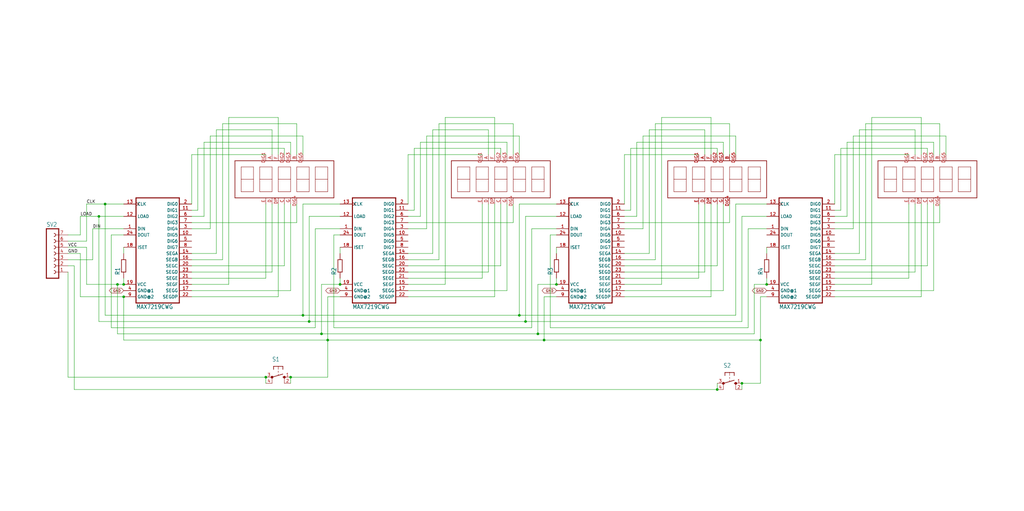
<source format=kicad_sch>
(kicad_sch (version 20230121) (generator eeschema)
  (paper "User" 420.7 210.007)
  (lib_symbols
    (symbol "Single Display-eagle-import:40-XX"
      (property "Reference" "S" (at -6.35 -2.54 90))
      (symbol "40-XX_1_0"
        (circle (center 0 -2.54) (radius 0.127) (stroke (width 0.4064)))
        (polyline (pts (xy -4.445 -1.905) (xy -3.175 -1.905)) (stroke (width 0.254)))
        (polyline (pts (xy -4.445 0) (xy -4.445 -1.905)) (stroke (width 0.254)))
        (polyline (pts (xy -4.445 0) (xy -3.175 0)) (stroke (width 0.1524)))
        (polyline (pts (xy -4.445 1.905) (xy -4.445 0)) (stroke (width 0.254)))
        (polyline (pts (xy -4.445 1.905) (xy -3.175 1.905)) (stroke (width 0.254)))
        (polyline (pts (xy -2.54 0) (xy -1.905 0)) (stroke (width 0.1524)))
        (polyline (pts (xy -1.27 0) (xy -0.635 0)) (stroke (width 0.1524)))
        (polyline (pts (xy 0 -2.54) (xy -1.27 1.905)) (stroke (width 0.254)))
        (polyline (pts (xy 0 1.905) (xy 0 2.54)) (stroke (width 0.254)))
        (polyline (pts (xy 2.54 -2.54) (xy 0 -2.54)) (stroke (width 0.1524)))
        (polyline (pts (xy 2.54 2.54) (xy 0 2.54)) (stroke (width 0.1524)))
        (circle (center 0 2.54) (radius 0.127) (stroke (width 0.4064)))
        (pin passive line (at 0 5.08 270) (length 2.54) (name "S") (number "1"))
        (pin passive line (at 2.54 5.08 270) (length 2.54) (name "S1") (number "2"))
        (pin passive line (at 0 -5.08 90) (length 2.54) (name "P") (number "3"))
        (pin passive line (at 2.54 -5.08 90) (length 2.54) (name "P1") (number "4"))
      )
    )
    (symbol "Single Display-eagle-import:5_DIGIT_7SEGMENT_DISPLAY"
      (symbol "5_DIGIT_7SEGMENT_DISPLAY_1_0"
        (polyline (pts (xy -20.32 -7.62) (xy 20.32 -7.62)) (stroke (width 0.254)))
        (polyline (pts (xy -20.32 7.62) (xy -20.32 -7.62)) (stroke (width 0.254)))
        (polyline (pts (xy -17.78 -5.08) (xy -12.7 -5.08)) (stroke (width 0.1524)))
        (polyline (pts (xy -17.78 0) (xy -17.78 -5.08)) (stroke (width 0.1524)))
        (polyline (pts (xy -17.78 0) (xy -12.7 0)) (stroke (width 0.1524)))
        (polyline (pts (xy -17.78 5.08) (xy -17.78 0)) (stroke (width 0.1524)))
        (polyline (pts (xy -12.7 -5.08) (xy -12.7 0)) (stroke (width 0.1524)))
        (polyline (pts (xy -12.7 0) (xy -12.7 5.08)) (stroke (width 0.1524)))
        (polyline (pts (xy -12.7 5.08) (xy -17.78 5.08)) (stroke (width 0.1524)))
        (polyline (pts (xy -10.16 -5.08) (xy -5.08 -5.08)) (stroke (width 0.1524)))
        (polyline (pts (xy -10.16 0) (xy -10.16 -5.08)) (stroke (width 0.1524)))
        (polyline (pts (xy -10.16 0) (xy -5.08 0)) (stroke (width 0.1524)))
        (polyline (pts (xy -10.16 5.08) (xy -10.16 0)) (stroke (width 0.1524)))
        (polyline (pts (xy -5.08 -5.08) (xy -5.08 0)) (stroke (width 0.1524)))
        (polyline (pts (xy -5.08 0) (xy -5.08 5.08)) (stroke (width 0.1524)))
        (polyline (pts (xy -5.08 5.08) (xy -10.16 5.08)) (stroke (width 0.1524)))
        (polyline (pts (xy -2.54 -5.08) (xy 2.54 -5.08)) (stroke (width 0.1524)))
        (polyline (pts (xy -2.54 0) (xy -2.54 -5.08)) (stroke (width 0.1524)))
        (polyline (pts (xy -2.54 0) (xy 2.54 0)) (stroke (width 0.1524)))
        (polyline (pts (xy -2.54 5.08) (xy -2.54 0)) (stroke (width 0.1524)))
        (polyline (pts (xy 2.54 -5.08) (xy 2.54 0)) (stroke (width 0.1524)))
        (polyline (pts (xy 2.54 0) (xy 2.54 5.08)) (stroke (width 0.1524)))
        (polyline (pts (xy 2.54 5.08) (xy -2.54 5.08)) (stroke (width 0.1524)))
        (polyline (pts (xy 5.08 -5.08) (xy 10.16 -5.08)) (stroke (width 0.1524)))
        (polyline (pts (xy 5.08 0) (xy 5.08 -5.08)) (stroke (width 0.1524)))
        (polyline (pts (xy 5.08 0) (xy 10.16 0)) (stroke (width 0.1524)))
        (polyline (pts (xy 5.08 5.08) (xy 5.08 0)) (stroke (width 0.1524)))
        (polyline (pts (xy 10.16 -5.08) (xy 10.16 0)) (stroke (width 0.1524)))
        (polyline (pts (xy 10.16 0) (xy 10.16 5.08)) (stroke (width 0.1524)))
        (polyline (pts (xy 10.16 5.08) (xy 5.08 5.08)) (stroke (width 0.1524)))
        (polyline (pts (xy 12.7 -5.08) (xy 17.78 -5.08)) (stroke (width 0.1524)))
        (polyline (pts (xy 12.7 0) (xy 12.7 -5.08)) (stroke (width 0.1524)))
        (polyline (pts (xy 12.7 0) (xy 17.78 0)) (stroke (width 0.1524)))
        (polyline (pts (xy 12.7 5.08) (xy 12.7 0)) (stroke (width 0.1524)))
        (polyline (pts (xy 17.78 -5.08) (xy 17.78 0)) (stroke (width 0.1524)))
        (polyline (pts (xy 17.78 0) (xy 17.78 5.08)) (stroke (width 0.1524)))
        (polyline (pts (xy 17.78 5.08) (xy 12.7 5.08)) (stroke (width 0.1524)))
        (polyline (pts (xy 20.32 -7.62) (xy 20.32 7.62)) (stroke (width 0.254)))
        (polyline (pts (xy 20.32 7.62) (xy -20.32 7.62)) (stroke (width 0.254)))
        (pin bidirectional line (at -5.08 10.16 270) (length 2.54) (name "A") (number "A"))
        (pin bidirectional line (at 5.08 10.16 270) (length 2.54) (name "B") (number "B"))
        (pin bidirectional line (at 0 -10.16 90) (length 2.54) (name "C") (number "C"))
        (pin bidirectional line (at -5.08 -10.16 90) (length 2.54) (name "D") (number "D"))
        (pin bidirectional line (at -7.62 10.16 270) (length 2.54) (name "DIG1") (number "DIG1"))
        (pin bidirectional line (at 0 10.16 270) (length 2.54) (name "DIG2") (number "DIG2"))
        (pin bidirectional line (at 2.54 10.16 270) (length 2.54) (name "DIG3") (number "DIG3"))
        (pin bidirectional line (at 5.08 -10.16 90) (length 2.54) (name "DIG4") (number "DIG4"))
        (pin bidirectional line (at 7.62 10.16 270) (length 2.54) (name "DIG5") (number "DIG5"))
        (pin bidirectional line (at -2.54 -10.16 90) (length 2.54) (name "DP") (number "DP"))
        (pin bidirectional line (at -7.62 -10.16 90) (length 2.54) (name "E") (number "E"))
        (pin bidirectional line (at -2.54 10.16 270) (length 2.54) (name "F") (number "F"))
        (pin bidirectional line (at 2.54 -10.16 90) (length 2.54) (name "G") (number "G"))
      )
    )
    (symbol "Single Display-eagle-import:FE07-1"
      (property "Reference" "SV" (at -1.27 10.922 0))
      (symbol "FE07-1_1_0"
        (polyline (pts (xy -1.27 10.16) (xy -1.27 -10.16)) (stroke (width 0.4064)))
        (polyline (pts (xy -1.27 10.16) (xy 3.81 10.16)) (stroke (width 0.4064)))
        (polyline (pts (xy 3.81 -10.16) (xy -1.27 -10.16)) (stroke (width 0.4064)))
        (polyline (pts (xy 3.81 -10.16) (xy 3.81 10.16)) (stroke (width 0.4064)))
        (arc (start 1.905 -8.255) (mid 2.5373 -7.62) (end 1.905 -6.985) (stroke (width 0.254)))
        (arc (start 1.905 -5.715) (mid 2.5373 -5.08) (end 1.905 -4.445) (stroke (width 0.254)))
        (arc (start 1.905 -3.175) (mid 2.5373 -2.54) (end 1.905 -1.905) (stroke (width 0.254)))
        (arc (start 1.905 -0.635) (mid 2.5373 0) (end 1.905 0.635) (stroke (width 0.254)))
        (arc (start 1.905 1.905) (mid 2.5373 2.54) (end 1.905 3.175) (stroke (width 0.254)))
        (arc (start 1.905 4.445) (mid 2.5373 5.08) (end 1.905 5.715) (stroke (width 0.254)))
        (arc (start 1.905 6.985) (mid 2.5373 7.62) (end 1.905 8.255) (stroke (width 0.254)))
        (pin passive line (at 7.62 -7.62 180) (length 5.08) (name "1") (number "1"))
        (pin passive line (at 7.62 -5.08 180) (length 5.08) (name "2") (number "2"))
        (pin passive line (at 7.62 -2.54 180) (length 5.08) (name "3") (number "3"))
        (pin passive line (at 7.62 0 180) (length 5.08) (name "4") (number "4"))
        (pin passive line (at 7.62 2.54 180) (length 5.08) (name "5") (number "5"))
        (pin passive line (at 7.62 5.08 180) (length 5.08) (name "6") (number "6"))
        (pin passive line (at 7.62 7.62 180) (length 5.08) (name "7") (number "7"))
      )
    )
    (symbol "Single Display-eagle-import:MAX7219CWG"
      (symbol "MAX7219CWG_1_0"
        (polyline (pts (xy -10.16 -22.86) (xy 7.62 -22.86)) (stroke (width 0.4064)))
        (polyline (pts (xy -10.16 20.32) (xy -10.16 -22.86)) (stroke (width 0.4064)))
        (polyline (pts (xy 7.62 -22.86) (xy 7.62 20.32)) (stroke (width 0.4064)))
        (polyline (pts (xy 7.62 20.32) (xy -10.16 20.32)) (stroke (width 0.4064)))
        (pin input line (at -15.24 7.62 0) (length 5.08) (name "DIN") (number "1"))
        (pin output line (at 12.7 5.08 180) (length 5.08) (name "DIG5") (number "10"))
        (pin output line (at 12.7 15.24 180) (length 5.08) (name "DIG1") (number "11"))
        (pin input line (at -15.24 12.7 0) (length 5.08) (name "LOAD") (number "12"))
        (pin input clock (at -15.24 17.78 0) (length 5.08) (name "CLK") (number "13"))
        (pin output line (at 12.7 -2.54 180) (length 5.08) (name "SEGA") (number "14"))
        (pin output line (at 12.7 -15.24 180) (length 5.08) (name "SEGF") (number "15"))
        (pin output line (at 12.7 -5.08 180) (length 5.08) (name "SEGB") (number "16"))
        (pin output line (at 12.7 -17.78 180) (length 5.08) (name "SEGG") (number "17"))
        (pin input line (at -15.24 0 0) (length 5.08) (name "ISET") (number "18"))
        (pin power_in line (at -15.24 -15.24 0) (length 5.08) (name "VCC") (number "19"))
        (pin output line (at 12.7 17.78 180) (length 5.08) (name "DIG0") (number "2"))
        (pin output line (at 12.7 -7.62 180) (length 5.08) (name "SEGC") (number "20"))
        (pin output line (at 12.7 -12.7 180) (length 5.08) (name "SEGE") (number "21"))
        (pin output line (at 12.7 -20.32 180) (length 5.08) (name "SEGDP") (number "22"))
        (pin output line (at 12.7 -10.16 180) (length 5.08) (name "SEGD") (number "23"))
        (pin output line (at -15.24 5.08 0) (length 5.08) (name "DOUT") (number "24"))
        (pin output line (at 12.7 7.62 180) (length 5.08) (name "DIG4") (number "3"))
        (pin power_in line (at -15.24 -17.78 0) (length 5.08) (name "GND@1") (number "4"))
        (pin output line (at 12.7 2.54 180) (length 5.08) (name "DIG6") (number "5"))
        (pin output line (at 12.7 12.7 180) (length 5.08) (name "DIG2") (number "6"))
        (pin output line (at 12.7 10.16 180) (length 5.08) (name "DIG3") (number "7"))
        (pin output line (at 12.7 0 180) (length 5.08) (name "DIG7") (number "8"))
        (pin power_in line (at -15.24 -20.32 0) (length 5.08) (name "GND@2") (number "9"))
      )
    )
    (symbol "Single Display-eagle-import:R-EU_0207/10"
      (property "Reference" "R" (at -3.81 1.4986 0))
      (symbol "R-EU_0207/10_1_0"
        (polyline (pts (xy -2.54 -0.889) (xy -2.54 0.889)) (stroke (width 0.254)))
        (polyline (pts (xy -2.54 -0.889) (xy 2.54 -0.889)) (stroke (width 0.254)))
        (polyline (pts (xy 2.54 -0.889) (xy 2.54 0.889)) (stroke (width 0.254)))
        (polyline (pts (xy 2.54 0.889) (xy -2.54 0.889)) (stroke (width 0.254)))
        (pin passive line (at -5.08 0 0) (length 2.54) (name "1") (number "1"))
        (pin passive line (at 5.08 0 180) (length 2.54) (name "2") (number "2"))
      )
    )
  )
  (junction (at 48.26 116.84))
  (junction (at 314.96 116.84))
  (junction (at 294.64 160.02))
  (junction (at 109.22 154.94))
  (junction (at 50.8 116.84))
  (junction (at 40.64 88.9))
  (junction (at 50.8 121.92))
  (junction (at 304.8 157.48))
  (junction (at 134.62 139.7))
  (junction (at 213.36 129.54))
  (junction (at 220.98 137.16))
  (junction (at 228.6 116.84))
  (junction (at 43.18 83.82))
  (junction (at 139.7 116.84))
  (junction (at 312.42 139.7))
  (junction (at 223.52 139.7))
  (junction (at 119.38 154.94))
  (junction (at 215.9 132.08))
  (junction (at 127 132.08))
  (junction (at 132.08 137.16))
  (junction (at 124.46 129.54))
  (wire (pts (xy 213.36 55.88) (xy 213.36 63.5)) (stroke (width 0.1524)))
  (wire (pts (xy 256.54 119.38) (xy 297.18 119.38)) (stroke (width 0.1524)))
  (wire (pts (xy 167.64 91.44) (xy 210.82 91.44)) (stroke (width 0.1524)))
  (wire (pts (xy 269.24 50.8) (xy 299.72 50.8)) (stroke (width 0.1524)))
  (wire (pts (xy 78.74 93.98) (xy 86.36 93.98)) (stroke (width 0.1524)))
  (wire (pts (xy 119.38 154.94) (xy 134.62 154.94)) (stroke (width 0.1524)))
  (wire (pts (xy 200.66 53.34) (xy 200.66 63.5)) (stroke (width 0.1524)))
  (wire (pts (xy 198.12 114.3) (xy 198.12 83.82)) (stroke (width 0.1524)))
  (wire (pts (xy 266.7 104.14) (xy 266.7 53.34)) (stroke (width 0.1524)))
  (wire (pts (xy 218.44 134.62) (xy 218.44 93.98)) (stroke (width 0.1524)))
  (wire (pts (xy 213.36 129.54) (xy 213.36 83.82)) (stroke (width 0.1524)))
  (wire (pts (xy 27.94 109.22) (xy 30.48 109.22)) (stroke (width 0.1524)))
  (wire (pts (xy 302.26 83.82) (xy 302.26 129.54)) (stroke (width 0.1524)))
  (wire (pts (xy 124.46 129.54) (xy 213.36 129.54)) (stroke (width 0.1524)))
  (wire (pts (xy 109.22 154.94) (xy 109.22 157.48)) (stroke (width 0.1524)))
  (wire (pts (xy 78.74 121.92) (xy 114.3 121.92)) (stroke (width 0.1524)))
  (wire (pts (xy 271.78 48.26) (xy 292.1 48.26)) (stroke (width 0.1524)))
  (wire (pts (xy 228.6 114.3) (xy 228.6 116.84)) (stroke (width 0.1524)))
  (wire (pts (xy 256.54 116.84) (xy 271.78 116.84)) (stroke (width 0.1524)))
  (wire (pts (xy 215.9 88.9) (xy 215.9 132.08)) (stroke (width 0.1524)))
  (wire (pts (xy 304.8 157.48) (xy 312.42 157.48)) (stroke (width 0.1524)))
  (wire (pts (xy 294.64 60.96) (xy 294.64 63.5)) (stroke (width 0.1524)))
  (wire (pts (xy 342.9 91.44) (xy 386.08 91.44)) (stroke (width 0.1524)))
  (wire (pts (xy 256.54 83.82) (xy 256.54 63.5)) (stroke (width 0.1524)))
  (wire (pts (xy 264.16 93.98) (xy 264.16 55.88)) (stroke (width 0.1524)))
  (wire (pts (xy 119.38 58.42) (xy 119.38 63.5)) (stroke (width 0.1524)))
  (wire (pts (xy 139.7 88.9) (xy 127 88.9)) (stroke (width 0.1524)))
  (wire (pts (xy 88.9 104.14) (xy 88.9 53.34)) (stroke (width 0.1524)))
  (wire (pts (xy 121.92 91.44) (xy 121.92 83.82)) (stroke (width 0.1524)))
  (wire (pts (xy 167.64 121.92) (xy 203.2 121.92)) (stroke (width 0.1524)))
  (wire (pts (xy 177.8 104.14) (xy 177.8 53.34)) (stroke (width 0.1524)))
  (wire (pts (xy 294.64 157.48) (xy 294.64 160.02)) (stroke (width 0.1524)))
  (wire (pts (xy 259.08 60.96) (xy 294.64 60.96)) (stroke (width 0.1524)))
  (wire (pts (xy 256.54 88.9) (xy 261.62 88.9)) (stroke (width 0.1524)))
  (wire (pts (xy 167.64 116.84) (xy 182.88 116.84)) (stroke (width 0.1524)))
  (wire (pts (xy 256.54 106.68) (xy 269.24 106.68)) (stroke (width 0.1524)))
  (wire (pts (xy 33.02 104.14) (xy 33.02 121.92)) (stroke (width 0.1524)))
  (wire (pts (xy 78.74 63.5) (xy 109.22 63.5)) (stroke (width 0.1524)))
  (wire (pts (xy 33.02 88.9) (xy 40.64 88.9)) (stroke (width 0.1524)))
  (wire (pts (xy 256.54 91.44) (xy 299.72 91.44)) (stroke (width 0.1524)))
  (wire (pts (xy 226.06 134.62) (xy 307.34 134.62)) (stroke (width 0.1524)))
  (wire (pts (xy 111.76 111.76) (xy 111.76 83.82)) (stroke (width 0.1524)))
  (wire (pts (xy 50.8 104.14) (xy 50.8 101.6)) (stroke (width 0.1524)))
  (wire (pts (xy 83.82 88.9) (xy 83.82 58.42)) (stroke (width 0.1524)))
  (wire (pts (xy 35.56 101.6) (xy 35.56 116.84)) (stroke (width 0.1524)))
  (wire (pts (xy 78.74 119.38) (xy 119.38 119.38)) (stroke (width 0.1524)))
  (wire (pts (xy 172.72 58.42) (xy 208.28 58.42)) (stroke (width 0.1524)))
  (wire (pts (xy 175.26 55.88) (xy 213.36 55.88)) (stroke (width 0.1524)))
  (wire (pts (xy 342.9 93.98) (xy 350.52 93.98)) (stroke (width 0.1524)))
  (wire (pts (xy 27.94 104.14) (xy 33.02 104.14)) (stroke (width 0.1524)))
  (wire (pts (xy 167.64 86.36) (xy 170.18 86.36)) (stroke (width 0.1524)))
  (wire (pts (xy 50.8 121.92) (xy 50.8 139.7)) (stroke (width 0.1524)))
  (wire (pts (xy 78.74 114.3) (xy 109.22 114.3)) (stroke (width 0.1524)))
  (wire (pts (xy 88.9 53.34) (xy 111.76 53.34)) (stroke (width 0.1524)))
  (wire (pts (xy 383.54 58.42) (xy 383.54 63.5)) (stroke (width 0.1524)))
  (wire (pts (xy 220.98 116.84) (xy 220.98 137.16)) (stroke (width 0.1524)))
  (wire (pts (xy 342.9 109.22) (xy 381 109.22)) (stroke (width 0.1524)))
  (wire (pts (xy 43.18 83.82) (xy 50.8 83.82)) (stroke (width 0.1524)))
  (wire (pts (xy 220.98 137.16) (xy 132.08 137.16)) (stroke (width 0.1524)))
  (wire (pts (xy 266.7 53.34) (xy 289.56 53.34)) (stroke (width 0.1524)))
  (wire (pts (xy 172.72 88.9) (xy 172.72 58.42)) (stroke (width 0.1524)))
  (wire (pts (xy 269.24 106.68) (xy 269.24 50.8)) (stroke (width 0.1524)))
  (wire (pts (xy 302.26 55.88) (xy 302.26 63.5)) (stroke (width 0.1524)))
  (wire (pts (xy 297.18 58.42) (xy 297.18 63.5)) (stroke (width 0.1524)))
  (wire (pts (xy 342.9 121.92) (xy 378.46 121.92)) (stroke (width 0.1524)))
  (wire (pts (xy 347.98 58.42) (xy 383.54 58.42)) (stroke (width 0.1524)))
  (wire (pts (xy 208.28 119.38) (xy 208.28 83.82)) (stroke (width 0.1524)))
  (wire (pts (xy 139.7 104.14) (xy 139.7 101.6)) (stroke (width 0.1524)))
  (wire (pts (xy 86.36 55.88) (xy 124.46 55.88)) (stroke (width 0.1524)))
  (wire (pts (xy 287.02 114.3) (xy 287.02 83.82)) (stroke (width 0.1524)))
  (wire (pts (xy 134.62 121.92) (xy 134.62 139.7)) (stroke (width 0.1524)))
  (wire (pts (xy 78.74 88.9) (xy 83.82 88.9)) (stroke (width 0.1524)))
  (wire (pts (xy 139.7 96.52) (xy 137.16 96.52)) (stroke (width 0.1524)))
  (wire (pts (xy 312.42 157.48) (xy 312.42 139.7)) (stroke (width 0.1524)))
  (wire (pts (xy 111.76 53.34) (xy 111.76 63.5)) (stroke (width 0.1524)))
  (wire (pts (xy 175.26 93.98) (xy 175.26 55.88)) (stroke (width 0.1524)))
  (wire (pts (xy 271.78 116.84) (xy 271.78 48.26)) (stroke (width 0.1524)))
  (wire (pts (xy 167.64 83.82) (xy 167.64 63.5)) (stroke (width 0.1524)))
  (wire (pts (xy 381 109.22) (xy 381 83.82)) (stroke (width 0.1524)))
  (wire (pts (xy 35.56 101.6) (xy 27.94 101.6)) (stroke (width 0.1524)))
  (wire (pts (xy 167.64 114.3) (xy 198.12 114.3)) (stroke (width 0.1524)))
  (wire (pts (xy 304.8 88.9) (xy 314.96 88.9)) (stroke (width 0.1524)))
  (wire (pts (xy 264.16 55.88) (xy 302.26 55.88)) (stroke (width 0.1524)))
  (wire (pts (xy 205.74 60.96) (xy 205.74 63.5)) (stroke (width 0.1524)))
  (wire (pts (xy 78.74 111.76) (xy 111.76 111.76)) (stroke (width 0.1524)))
  (wire (pts (xy 256.54 121.92) (xy 292.1 121.92)) (stroke (width 0.1524)))
  (wire (pts (xy 78.74 116.84) (xy 93.98 116.84)) (stroke (width 0.1524)))
  (wire (pts (xy 289.56 53.34) (xy 289.56 63.5)) (stroke (width 0.1524)))
  (wire (pts (xy 345.44 60.96) (xy 381 60.96)) (stroke (width 0.1524)))
  (wire (pts (xy 292.1 121.92) (xy 292.1 83.82)) (stroke (width 0.1524)))
  (wire (pts (xy 177.8 53.34) (xy 200.66 53.34)) (stroke (width 0.1524)))
  (wire (pts (xy 116.84 60.96) (xy 116.84 63.5)) (stroke (width 0.1524)))
  (wire (pts (xy 350.52 55.88) (xy 388.62 55.88)) (stroke (width 0.1524)))
  (wire (pts (xy 50.8 114.3) (xy 50.8 116.84)) (stroke (width 0.1524)))
  (wire (pts (xy 228.6 121.92) (xy 223.52 121.92)) (stroke (width 0.1524)))
  (wire (pts (xy 45.72 96.52) (xy 45.72 134.62)) (stroke (width 0.1524)))
  (wire (pts (xy 256.54 93.98) (xy 264.16 93.98)) (stroke (width 0.1524)))
  (wire (pts (xy 38.1 106.68) (xy 27.94 106.68)) (stroke (width 0.1524)))
  (wire (pts (xy 48.26 137.16) (xy 132.08 137.16)) (stroke (width 0.1524)))
  (wire (pts (xy 342.9 83.82) (xy 342.9 63.5)) (stroke (width 0.1524)))
  (wire (pts (xy 342.9 63.5) (xy 373.38 63.5)) (stroke (width 0.1524)))
  (wire (pts (xy 297.18 119.38) (xy 297.18 83.82)) (stroke (width 0.1524)))
  (wire (pts (xy 167.64 119.38) (xy 208.28 119.38)) (stroke (width 0.1524)))
  (wire (pts (xy 259.08 86.36) (xy 259.08 60.96)) (stroke (width 0.1524)))
  (wire (pts (xy 167.64 111.76) (xy 200.66 111.76)) (stroke (width 0.1524)))
  (wire (pts (xy 132.08 137.16) (xy 132.08 116.84)) (stroke (width 0.1524)))
  (wire (pts (xy 218.44 93.98) (xy 228.6 93.98)) (stroke (width 0.1524)))
  (wire (pts (xy 119.38 154.94) (xy 119.38 157.48)) (stroke (width 0.1524)))
  (wire (pts (xy 35.56 83.82) (xy 43.18 83.82)) (stroke (width 0.1524)))
  (wire (pts (xy 132.08 116.84) (xy 139.7 116.84)) (stroke (width 0.1524)))
  (wire (pts (xy 353.06 53.34) (xy 375.92 53.34)) (stroke (width 0.1524)))
  (wire (pts (xy 205.74 109.22) (xy 205.74 83.82)) (stroke (width 0.1524)))
  (wire (pts (xy 342.9 104.14) (xy 353.06 104.14)) (stroke (width 0.1524)))
  (wire (pts (xy 261.62 58.42) (xy 297.18 58.42)) (stroke (width 0.1524)))
  (wire (pts (xy 27.94 154.94) (xy 109.22 154.94)) (stroke (width 0.1524)))
  (wire (pts (xy 223.52 139.7) (xy 223.52 121.92)) (stroke (width 0.1524)))
  (wire (pts (xy 256.54 111.76) (xy 289.56 111.76)) (stroke (width 0.1524)))
  (wire (pts (xy 180.34 106.68) (xy 180.34 50.8)) (stroke (width 0.1524)))
  (wire (pts (xy 307.34 93.98) (xy 314.96 93.98)) (stroke (width 0.1524)))
  (wire (pts (xy 215.9 132.08) (xy 127 132.08)) (stroke (width 0.1524)))
  (wire (pts (xy 378.46 121.92) (xy 378.46 83.82)) (stroke (width 0.1524)))
  (wire (pts (xy 167.64 104.14) (xy 177.8 104.14)) (stroke (width 0.1524)))
  (wire (pts (xy 342.9 119.38) (xy 383.54 119.38)) (stroke (width 0.1524)))
  (wire (pts (xy 139.7 121.92) (xy 134.62 121.92)) (stroke (width 0.1524)))
  (wire (pts (xy 210.82 91.44) (xy 210.82 83.82)) (stroke (width 0.1524)))
  (wire (pts (xy 35.56 116.84) (xy 48.26 116.84)) (stroke (width 0.1524)))
  (wire (pts (xy 294.64 160.02) (xy 30.48 160.02)) (stroke (width 0.1524)))
  (wire (pts (xy 342.9 114.3) (xy 373.38 114.3)) (stroke (width 0.1524)))
  (wire (pts (xy 314.96 104.14) (xy 314.96 101.6)) (stroke (width 0.1524)))
  (wire (pts (xy 358.14 116.84) (xy 358.14 48.26)) (stroke (width 0.1524)))
  (wire (pts (xy 289.56 111.76) (xy 289.56 83.82)) (stroke (width 0.1524)))
  (wire (pts (xy 182.88 116.84) (xy 182.88 48.26)) (stroke (width 0.1524)))
  (wire (pts (xy 134.62 139.7) (xy 50.8 139.7)) (stroke (width 0.1524)))
  (wire (pts (xy 309.88 116.84) (xy 314.96 116.84)) (stroke (width 0.1524)))
  (wire (pts (xy 342.9 88.9) (xy 347.98 88.9)) (stroke (width 0.1524)))
  (wire (pts (xy 129.54 134.62) (xy 129.54 93.98)) (stroke (width 0.1524)))
  (wire (pts (xy 127 88.9) (xy 127 132.08)) (stroke (width 0.1524)))
  (wire (pts (xy 292.1 48.26) (xy 292.1 63.5)) (stroke (width 0.1524)))
  (wire (pts (xy 114.3 48.26) (xy 114.3 63.5)) (stroke (width 0.1524)))
  (wire (pts (xy 342.9 106.68) (xy 355.6 106.68)) (stroke (width 0.1524)))
  (wire (pts (xy 355.6 106.68) (xy 355.6 50.8)) (stroke (width 0.1524)))
  (wire (pts (xy 256.54 63.5) (xy 287.02 63.5)) (stroke (width 0.1524)))
  (wire (pts (xy 215.9 132.08) (xy 304.8 132.08)) (stroke (width 0.1524)))
  (wire (pts (xy 114.3 121.92) (xy 114.3 83.82)) (stroke (width 0.1524)))
  (wire (pts (xy 78.74 83.82) (xy 78.74 63.5)) (stroke (width 0.1524)))
  (wire (pts (xy 180.34 50.8) (xy 210.82 50.8)) (stroke (width 0.1524)))
  (wire (pts (xy 78.74 104.14) (xy 88.9 104.14)) (stroke (width 0.1524)))
  (wire (pts (xy 342.9 111.76) (xy 375.92 111.76)) (stroke (width 0.1524)))
  (wire (pts (xy 294.64 109.22) (xy 294.64 83.82)) (stroke (width 0.1524)))
  (wire (pts (xy 91.44 50.8) (xy 121.92 50.8)) (stroke (width 0.1524)))
  (wire (pts (xy 386.08 91.44) (xy 386.08 83.82)) (stroke (width 0.1524)))
  (wire (pts (xy 170.18 60.96) (xy 205.74 60.96)) (stroke (width 0.1524)))
  (wire (pts (xy 50.8 116.84) (xy 48.26 116.84)) (stroke (width 0.1524)))
  (wire (pts (xy 345.44 86.36) (xy 345.44 60.96)) (stroke (width 0.1524)))
  (wire (pts (xy 261.62 88.9) (xy 261.62 58.42)) (stroke (width 0.1524)))
  (wire (pts (xy 347.98 88.9) (xy 347.98 58.42)) (stroke (width 0.1524)))
  (wire (pts (xy 203.2 48.26) (xy 203.2 63.5)) (stroke (width 0.1524)))
  (wire (pts (xy 256.54 109.22) (xy 294.64 109.22)) (stroke (width 0.1524)))
  (wire (pts (xy 48.26 116.84) (xy 48.26 137.16)) (stroke (width 0.1524)))
  (wire (pts (xy 81.28 60.96) (xy 116.84 60.96)) (stroke (width 0.1524)))
  (wire (pts (xy 342.9 86.36) (xy 345.44 86.36)) (stroke (width 0.1524)))
  (wire (pts (xy 375.92 111.76) (xy 375.92 83.82)) (stroke (width 0.1524)))
  (wire (pts (xy 373.38 114.3) (xy 373.38 83.82)) (stroke (width 0.1524)))
  (wire (pts (xy 170.18 86.36) (xy 170.18 60.96)) (stroke (width 0.1524)))
  (wire (pts (xy 182.88 48.26) (xy 203.2 48.26)) (stroke (width 0.1524)))
  (wire (pts (xy 299.72 50.8) (xy 299.72 63.5)) (stroke (width 0.1524)))
  (wire (pts (xy 342.9 116.84) (xy 358.14 116.84)) (stroke (width 0.1524)))
  (wire (pts (xy 38.1 106.68) (xy 38.1 93.98)) (stroke (width 0.1524)))
  (wire (pts (xy 223.52 139.7) (xy 312.42 139.7)) (stroke (width 0.1524)))
  (wire (pts (xy 134.62 154.94) (xy 134.62 139.7)) (stroke (width 0.1524)))
  (wire (pts (xy 307.34 134.62) (xy 307.34 93.98)) (stroke (width 0.1524)))
  (wire (pts (xy 228.6 88.9) (xy 215.9 88.9)) (stroke (width 0.1524)))
  (wire (pts (xy 304.8 132.08) (xy 304.8 88.9)) (stroke (width 0.1524)))
  (wire (pts (xy 78.74 109.22) (xy 116.84 109.22)) (stroke (width 0.1524)))
  (wire (pts (xy 33.02 96.52) (xy 27.94 96.52)) (stroke (width 0.1524)))
  (wire (pts (xy 375.92 53.34) (xy 375.92 63.5)) (stroke (width 0.1524)))
  (wire (pts (xy 40.64 132.08) (xy 40.64 88.9)) (stroke (width 0.1524)))
  (wire (pts (xy 228.6 104.14) (xy 228.6 101.6)) (stroke (width 0.1524)))
  (wire (pts (xy 38.1 93.98) (xy 50.8 93.98)) (stroke (width 0.1524)))
  (wire (pts (xy 40.64 88.9) (xy 50.8 88.9)) (stroke (width 0.1524)))
  (wire (pts (xy 355.6 50.8) (xy 386.08 50.8)) (stroke (width 0.1524)))
  (wire (pts (xy 167.64 109.22) (xy 205.74 109.22)) (stroke (width 0.1524)))
  (wire (pts (xy 78.74 91.44) (xy 121.92 91.44)) (stroke (width 0.1524)))
  (wire (pts (xy 203.2 121.92) (xy 203.2 83.82)) (stroke (width 0.1524)))
  (wire (pts (xy 127 132.08) (xy 40.64 132.08)) (stroke (width 0.1524)))
  (wire (pts (xy 134.62 139.7) (xy 223.52 139.7)) (stroke (width 0.1524)))
  (wire (pts (xy 121.92 50.8) (xy 121.92 63.5)) (stroke (width 0.1524)))
  (wire (pts (xy 304.8 157.48) (xy 304.8 160.02)) (stroke (width 0.1524)))
  (wire (pts (xy 78.74 106.68) (xy 91.44 106.68)) (stroke (width 0.1524)))
  (wire (pts (xy 309.88 137.16) (xy 309.88 116.84)) (stroke (width 0.1524)))
  (wire (pts (xy 27.94 154.94) (xy 27.94 111.76)) (stroke (width 0.1524)))
  (wire (pts (xy 83.82 58.42) (xy 119.38 58.42)) (stroke (width 0.1524)))
  (wire (pts (xy 81.28 86.36) (xy 81.28 60.96)) (stroke (width 0.1524)))
  (wire (pts (xy 167.64 106.68) (xy 180.34 106.68)) (stroke (width 0.1524)))
  (wire (pts (xy 378.46 48.26) (xy 378.46 63.5)) (stroke (width 0.1524)))
  (wire (pts (xy 388.62 55.88) (xy 388.62 63.5)) (stroke (width 0.1524)))
  (wire (pts (xy 27.94 99.06) (xy 35.56 99.06)) (stroke (width 0.1524)))
  (wire (pts (xy 78.74 86.36) (xy 81.28 86.36)) (stroke (width 0.1524)))
  (wire (pts (xy 353.06 104.14) (xy 353.06 53.34)) (stroke (width 0.1524)))
  (wire (pts (xy 124.46 129.54) (xy 43.18 129.54)) (stroke (width 0.1524)))
  (wire (pts (xy 30.48 109.22) (xy 30.48 160.02)) (stroke (width 0.1524)))
  (wire (pts (xy 35.56 99.06) (xy 35.56 83.82)) (stroke (width 0.1524)))
  (wire (pts (xy 312.42 139.7) (xy 312.42 121.92)) (stroke (width 0.1524)))
  (wire (pts (xy 302.26 129.54) (xy 213.36 129.54)) (stroke (width 0.1524)))
  (wire (pts (xy 119.38 119.38) (xy 119.38 83.82)) (stroke (width 0.1524)))
  (wire (pts (xy 314.96 121.92) (xy 312.42 121.92)) (stroke (width 0.1524)))
  (wire (pts (xy 256.54 114.3) (xy 287.02 114.3)) (stroke (width 0.1524)))
  (wire (pts (xy 210.82 50.8) (xy 210.82 63.5)) (stroke (width 0.1524)))
  (wire (pts (xy 129.54 93.98) (xy 139.7 93.98)) (stroke (width 0.1524)))
  (wire (pts (xy 350.52 93.98) (xy 350.52 55.88)) (stroke (width 0.1524)))
  (wire (pts (xy 124.46 83.82) (xy 124.46 129.54)) (stroke (width 0.1524)))
  (wire (pts (xy 137.16 134.62) (xy 218.44 134.62)) (stroke (width 0.1524)))
  (wire (pts (xy 226.06 96.52) (xy 226.06 134.62)) (stroke (width 0.1524)))
  (wire (pts (xy 93.98 116.84) (xy 93.98 48.26)) (stroke (width 0.1524)))
  (wire (pts (xy 208.28 58.42) (xy 208.28 63.5)) (stroke (width 0.1524)))
  (wire (pts (xy 314.96 116.84) (xy 314.96 114.3)) (stroke (width 0.1524)))
  (wire (pts (xy 213.36 83.82) (xy 228.6 83.82)) (stroke (width 0.1524)))
  (wire (pts (xy 167.64 63.5) (xy 198.12 63.5)) (stroke (width 0.1524)))
  (wire (pts (xy 299.72 91.44) (xy 299.72 83.82)) (stroke (width 0.1524)))
  (wire (pts (xy 116.84 109.22) (xy 116.84 83.82)) (stroke (width 0.1524)))
  (wire (pts (xy 256.54 104.14) (xy 266.7 104.14)) (stroke (width 0.1524)))
  (wire (pts (xy 139.7 83.82) (xy 124.46 83.82)) (stroke (width 0.1524)))
  (wire (pts (xy 167.64 93.98) (xy 175.26 93.98)) (stroke (width 0.1524)))
  (wire (pts (xy 228.6 96.52) (xy 226.06 96.52)) (stroke (width 0.1524)))
  (wire (pts (xy 220.98 137.16) (xy 309.88 137.16)) (stroke (width 0.1524)))
  (wire (pts (xy 33.02 96.52) (xy 33.02 88.9)) (stroke (width 0.1524)))
  (wire (pts (xy 386.08 50.8) (xy 386.08 63.5)) (stroke (width 0.1524)))
  (wire (pts (xy 86.36 93.98) (xy 86.36 55.88)) (stroke (width 0.1524)))
  (wire (pts (xy 50.8 96.52) (xy 45.72 96.52)) (stroke (width 0.1524)))
  (wire (pts (xy 200.66 111.76) (xy 200.66 83.82)) (stroke (width 0.1524)))
  (wire (pts (xy 45.72 134.62) (xy 129.54 134.62)) (stroke (width 0.1524)))
  (wire (pts (xy 91.44 106.68) (xy 91.44 50.8)) (stroke (width 0.1524)))
  (wire (pts (xy 314.96 83.82) (xy 302.26 83.82)) (stroke (width 0.1524)))
  (wire (pts (xy 93.98 48.26) (xy 114.3 48.26)) (stroke (width 0.1524)))
  (wire (pts (xy 139.7 114.3) (xy 139.7 116.84)) (stroke (width 0.1524)))
  (wire (pts (xy 358.14 48.26) (xy 378.46 48.26)) (stroke (width 0.1524)))
  (wire (pts (xy 228.6 116.84) (xy 220.98 116.84)) (stroke (width 0.1524)))
  (wire (pts (xy 256.54 86.36) (xy 259.08 86.36)) (stroke (width 0.1524)))
  (wire (pts (xy 381 60.96) (xy 381 63.5)) (stroke (width 0.1524)))
  (wire (pts (xy 383.54 119.38) (xy 383.54 83.82)) (stroke (width 0.1524)))
  (wire (pts (xy 124.46 55.88) (xy 124.46 63.5)) (stroke (width 0.1524)))
  (wire (pts (xy 43.18 129.54) (xy 43.18 83.82)) (stroke (width 0.1524)))
  (wire (pts (xy 137.16 96.52) (xy 137.16 134.62)) (stroke (width 0.1524)))
  (wire (pts (xy 109.22 114.3) (xy 109.22 83.82)) (stroke (width 0.1524)))
  (wire (pts (xy 33.02 121.92) (xy 50.8 121.92)) (stroke (width 0.1524)))
  (wire (pts (xy 167.64 88.9) (xy 172.72 88.9)) (stroke (width 0.1524)))
  (label "CLK" (at 35.56 83.82 0) (effects (font (size 1.2446 1.2446))))
  (label "VCC" (at 27.94 101.6 0) (effects (font (size 1.2446 1.2446))))
  (label "LOAD" (at 33.02 88.9 0) (effects (font (size 1.2446 1.2446))))
  (label "GND" (at 27.94 104.14 0) (effects (font (size 1.2446 1.2446))))
  (label "DIN" (at 38.1 93.98 0) (effects (font (size 1.2446 1.2446))))
  (global_label "GND" (shape bidirectional) (at 139.7 119.38 180) (effects (font (size 1.016 1.016))) (property "Intersheetrefs" "${INTERSHEET_REFS}" (effects hide)))
  (global_label "GND" (shape bidirectional) (at 314.96 119.38 180) (effects (font (size 1.016 1.016))) (property "Intersheetrefs" "${INTERSHEET_REFS}" (effects hide)))
  (global_label "GND" (shape bidirectional) (at 228.6 119.38 180) (effects (font (size 1.016 1.016))) (property "Intersheetrefs" "${INTERSHEET_REFS}" (effects hide)))
  (global_label "GND" (shape bidirectional) (at 50.8 119.38 180) (effects (font (size 1.016 1.016))) (property "Intersheetrefs" "${INTERSHEET_REFS}" (effects hide)))
  (symbol (lib_id "Single Display-eagle-import:FE07-1") (at 20.32 104.14 0) (unit 1)
    (property "Reference" "SV2" (at 19.05 93.218 0) (effects (font (size 1.778 1.5113)) (justify left bottom)))
    (property "Value" "FE07-1" (effects hide))
    (property "Footprint" "Single Display:FE07" (effects hide))
  )
  (symbol (lib_id "Single Display-eagle-import:R-EU_0207/10") (at 139.7 109.22 90) (unit 1)
    (property "Reference" "R2" (at 138.2014 113.03 0) (effects (font (size 1.778 1.5113)) (justify left bottom)))
    (property "Value" "R-EU_0207/10" (effects hide))
    (property "Footprint" "Single Display:0207_10" (effects hide))
  )
  (symbol (lib_id "Single Display-eagle-import:5_DIGIT_7SEGMENT_DISPLAY") (at 205.74 73.66 0) (unit 1)
    (property "Reference" "U$3" (effects hide))
    (property "Value" "5_DIGIT_7SEGMENT_DISPLAY" (effects hide))
    (property "Footprint" "Single Display:5_DIGIT_7SEGMENT_DISPLAY" (effects hide))
  )
  (symbol (lib_id "Single Display-eagle-import:MAX7219CWG") (at 154.94 101.6 0) (unit 1)
    (property "Reference" "U$4" (effects hide))
    (property "Value" "MAX7219CWG" (at 144.78 127 0) (effects (font (size 1.778 1.5113)) (justify left bottom)))
    (property "Footprint" "Single Display:SO24L" (effects hide))
  )
  (symbol (lib_id "Single Display-eagle-import:MAX7219CWG") (at 330.2 101.6 0) (unit 1)
    (property "Reference" "U$8" (effects hide))
    (property "Value" "MAX7219CWG" (at 320.04 127 0) (effects (font (size 1.778 1.5113)) (justify left bottom)))
    (property "Footprint" "Single Display:SO24L" (effects hide))
  )
  (symbol (lib_id "Single Display-eagle-import:R-EU_0207/10") (at 314.96 109.22 90) (unit 1)
    (property "Reference" "R4" (at 313.4614 113.03 0) (effects (font (size 1.778 1.5113)) (justify left bottom)))
    (property "Value" "R-EU_0207/10" (effects hide))
    (property "Footprint" "Single Display:0207_10" (effects hide))
  )
  (symbol (lib_id "Single Display-eagle-import:5_DIGIT_7SEGMENT_DISPLAY") (at 381 73.66 0) (unit 1)
    (property "Reference" "U$7" (effects hide))
    (property "Value" "5_DIGIT_7SEGMENT_DISPLAY" (effects hide))
    (property "Footprint" "Single Display:5_DIGIT_7SEGMENT_DISPLAY" (effects hide))
  )
  (symbol (lib_id "Single Display-eagle-import:MAX7219CWG") (at 243.84 101.6 0) (unit 1)
    (property "Reference" "U$6" (effects hide))
    (property "Value" "MAX7219CWG" (at 233.68 127 0) (effects (font (size 1.778 1.5113)) (justify left bottom)))
    (property "Footprint" "Single Display:SO24L" (effects hide))
  )
  (symbol (lib_id "Single Display-eagle-import:R-EU_0207/10") (at 50.8 109.22 90) (unit 1)
    (property "Reference" "R1" (at 49.3014 113.03 0) (effects (font (size 1.778 1.5113)) (justify left bottom)))
    (property "Value" "R-EU_0207/10" (effects hide))
    (property "Footprint" "Single Display:0207_10" (effects hide))
  )
  (symbol (lib_id "Single Display-eagle-import:40-XX") (at 299.72 157.48 270) (unit 1)
    (property "Reference" "S2" (at 297.18 151.13 90) (effects (font (size 1.778 1.5113)) (justify left bottom)))
    (property "Value" "40-XX" (effects hide))
    (property "Footprint" "Single Display:B3F-40XX" (effects hide))
  )
  (symbol (lib_id "Single Display-eagle-import:5_DIGIT_7SEGMENT_DISPLAY") (at 294.64 73.66 0) (unit 1)
    (property "Reference" "U$5" (effects hide))
    (property "Value" "5_DIGIT_7SEGMENT_DISPLAY" (effects hide))
    (property "Footprint" "Single Display:5_DIGIT_7SEGMENT_DISPLAY" (effects hide))
  )
  (symbol (lib_id "Single Display-eagle-import:40-XX") (at 114.3 154.94 270) (unit 1)
    (property "Reference" "S1" (at 111.76 148.59 90) (effects (font (size 1.778 1.5113)) (justify left bottom)))
    (property "Value" "40-XX" (effects hide))
    (property "Footprint" "Single Display:B3F-40XX" (effects hide))
  )
  (symbol (lib_id "Single Display-eagle-import:R-EU_0207/10") (at 228.6 109.22 90) (unit 1)
    (property "Reference" "R3" (at 227.1014 113.03 0) (effects (font (size 1.778 1.5113)) (justify left bottom)))
    (property "Value" "R-EU_0207/10" (effects hide))
    (property "Footprint" "Single Display:0207_10" (effects hide))
  )
  (symbol (lib_id "Single Display-eagle-import:5_DIGIT_7SEGMENT_DISPLAY") (at 116.84 73.66 0) (unit 1)
    (property "Reference" "U$1" (effects hide))
    (property "Value" "5_DIGIT_7SEGMENT_DISPLAY" (effects hide))
    (property "Footprint" "Single Display:5_DIGIT_7SEGMENT_DISPLAY" (effects hide))
  )
  (symbol (lib_id "Single Display-eagle-import:MAX7219CWG") (at 66.04 101.6 0) (unit 1)
    (property "Reference" "U$2" (effects hide))
    (property "Value" "MAX7219CWG" (at 55.88 127 0) (effects (font (size 1.778 1.5113)) (justify left bottom)))
    (property "Footprint" "Single Display:SO24L" (effects hide))
  )
)
</source>
